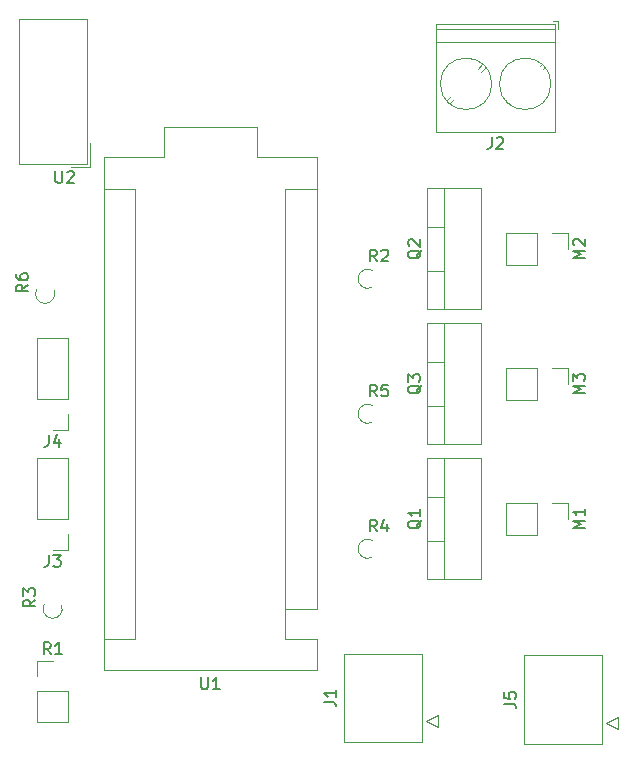
<source format=gto>
%TF.GenerationSoftware,KiCad,Pcbnew,5.1.9+dfsg1-1+b1*%
%TF.CreationDate,2021-12-16T19:11:23+11:00*%
%TF.ProjectId,aquaponics-1,61717561-706f-46e6-9963-732d312e6b69,rev?*%
%TF.SameCoordinates,Original*%
%TF.FileFunction,Legend,Top*%
%TF.FilePolarity,Positive*%
%FSLAX46Y46*%
G04 Gerber Fmt 4.6, Leading zero omitted, Abs format (unit mm)*
G04 Created by KiCad (PCBNEW 5.1.9+dfsg1-1+b1) date 2021-12-16 19:11:23*
%MOMM*%
%LPD*%
G01*
G04 APERTURE LIST*
%ADD10C,0.120000*%
%ADD11C,0.150000*%
G04 APERTURE END LIST*
D10*
%TO.C,J4*%
X23555000Y-49590000D02*
X22225000Y-49590000D01*
X23555000Y-48260000D02*
X23555000Y-49590000D01*
X23555000Y-46990000D02*
X20895000Y-46990000D01*
X20895000Y-46990000D02*
X20895000Y-41850000D01*
X23555000Y-46990000D02*
X23555000Y-41850000D01*
X23555000Y-41850000D02*
X20895000Y-41850000D01*
%TO.C,J3*%
X23555000Y-52010000D02*
X20895000Y-52010000D01*
X23555000Y-57150000D02*
X23555000Y-52010000D01*
X20895000Y-57150000D02*
X20895000Y-52010000D01*
X23555000Y-57150000D02*
X20895000Y-57150000D01*
X23555000Y-58420000D02*
X23555000Y-59750000D01*
X23555000Y-59750000D02*
X22225000Y-59750000D01*
%TO.C,R6*%
X22339359Y-37779905D02*
G75*
G02*
X20890000Y-37682867I-749359J-320095D01*
G01*
%TO.C,R1*%
X20895000Y-74355000D02*
X23555000Y-74355000D01*
X20895000Y-71755000D02*
X20895000Y-74355000D01*
X23555000Y-71755000D02*
X23555000Y-74355000D01*
X20895000Y-71755000D02*
X23555000Y-71755000D01*
X20895000Y-70485000D02*
X20895000Y-69155000D01*
X20895000Y-69155000D02*
X22225000Y-69155000D01*
%TO.C,M3*%
X60630000Y-44390000D02*
X60630000Y-47050000D01*
X63230000Y-44390000D02*
X60630000Y-44390000D01*
X63230000Y-47050000D02*
X60630000Y-47050000D01*
X63230000Y-44390000D02*
X63230000Y-47050000D01*
X64500000Y-44390000D02*
X65830000Y-44390000D01*
X65830000Y-44390000D02*
X65830000Y-45720000D01*
%TO.C,M2*%
X60630000Y-32960000D02*
X60630000Y-35620000D01*
X63230000Y-32960000D02*
X60630000Y-32960000D01*
X63230000Y-35620000D02*
X60630000Y-35620000D01*
X63230000Y-32960000D02*
X63230000Y-35620000D01*
X64500000Y-32960000D02*
X65830000Y-32960000D01*
X65830000Y-32960000D02*
X65830000Y-34290000D01*
%TO.C,M1*%
X60630000Y-55820000D02*
X60630000Y-58480000D01*
X63230000Y-55820000D02*
X60630000Y-55820000D01*
X63230000Y-58480000D02*
X60630000Y-58480000D01*
X63230000Y-55820000D02*
X63230000Y-58480000D01*
X64500000Y-55820000D02*
X65830000Y-55820000D01*
X65830000Y-55820000D02*
X65830000Y-57150000D01*
%TO.C,J2*%
X65030000Y-15020000D02*
X64630000Y-15020000D01*
X65030000Y-15660000D02*
X65030000Y-15020000D01*
X58488000Y-19328000D02*
X58883000Y-18932000D01*
X55842000Y-21974000D02*
X56222000Y-21594000D01*
X58237000Y-19046000D02*
X58617000Y-18666000D01*
X55576000Y-21708000D02*
X55971000Y-21312000D01*
X63778000Y-19039000D02*
X63884000Y-18932000D01*
X60842000Y-21974000D02*
X60949000Y-21867000D01*
X63512000Y-18773000D02*
X63618000Y-18666000D01*
X60576000Y-21708000D02*
X60683000Y-21601000D01*
X54670000Y-24380000D02*
X54670000Y-15260000D01*
X64790000Y-24380000D02*
X64790000Y-15260000D01*
X64790000Y-15260000D02*
X54670000Y-15260000D01*
X64790000Y-24380000D02*
X54670000Y-24380000D01*
X64790000Y-16820000D02*
X54670000Y-16820000D01*
X64790000Y-15720000D02*
X54670000Y-15720000D01*
X59410000Y-20320000D02*
G75*
G03*
X59410000Y-20320000I-2180000J0D01*
G01*
X64410000Y-20320000D02*
G75*
G03*
X64410000Y-20320000I-2180000J0D01*
G01*
%TO.C,U1*%
X41910000Y-64770000D02*
X41910000Y-67310000D01*
X41910000Y-67310000D02*
X44577000Y-67310000D01*
X44577000Y-64770000D02*
X44577000Y-26543000D01*
X44577000Y-69977000D02*
X44577000Y-67310000D01*
X29210000Y-67310000D02*
X26540000Y-67310000D01*
X29210000Y-67310000D02*
X29210000Y-29210000D01*
X29210000Y-29210000D02*
X26540000Y-29210000D01*
X41910000Y-64770000D02*
X44577000Y-64770000D01*
X41910000Y-64770000D02*
X41910000Y-29210000D01*
X41910000Y-29210000D02*
X44580000Y-29210000D01*
X44577000Y-26543000D02*
X39497000Y-26543000D01*
X26543000Y-26543000D02*
X26543000Y-69977000D01*
X26543000Y-69977000D02*
X44577000Y-69977000D01*
X39497000Y-24003000D02*
X39497000Y-26543000D01*
X31623000Y-26543000D02*
X26543000Y-26543000D01*
X31623000Y-24003000D02*
X31623000Y-26543000D01*
X39497000Y-24003000D02*
X31623000Y-24003000D01*
%TO.C,U2*%
X25095000Y-27085000D02*
X19355000Y-27085000D01*
X19345000Y-27085000D02*
X19345000Y-14825000D01*
X19345000Y-14825000D02*
X25105000Y-14825000D01*
X25105000Y-14825000D02*
X25105000Y-27075000D01*
X25385000Y-27365000D02*
X25385000Y-25365000D01*
X25385000Y-27365000D02*
X23775000Y-27365000D01*
%TO.C,J5*%
X62095000Y-72465000D02*
X62095000Y-76225000D01*
X62095000Y-76225000D02*
X68715000Y-76225000D01*
X68715000Y-76225000D02*
X68715000Y-72465000D01*
X62095000Y-72465000D02*
X62095000Y-68705000D01*
X62095000Y-68705000D02*
X68715000Y-68705000D01*
X68715000Y-68705000D02*
X68715000Y-72465000D01*
X70105000Y-74945000D02*
X69105000Y-74445000D01*
X69105000Y-74445000D02*
X70105000Y-73945000D01*
X70105000Y-73945000D02*
X70105000Y-74945000D01*
%TO.C,Q3*%
X53880000Y-50840000D02*
X53880000Y-40600000D01*
X58521000Y-50840000D02*
X58521000Y-40600000D01*
X53880000Y-50840000D02*
X58521000Y-50840000D01*
X53880000Y-40600000D02*
X58521000Y-40600000D01*
X55390000Y-50840000D02*
X55390000Y-40600000D01*
X53880000Y-47570000D02*
X55390000Y-47570000D01*
X53880000Y-43869000D02*
X55390000Y-43869000D01*
%TO.C,Q1*%
X53880000Y-62270000D02*
X53880000Y-52030000D01*
X58521000Y-62270000D02*
X58521000Y-52030000D01*
X53880000Y-62270000D02*
X58521000Y-62270000D01*
X53880000Y-52030000D02*
X58521000Y-52030000D01*
X55390000Y-62270000D02*
X55390000Y-52030000D01*
X53880000Y-59000000D02*
X55390000Y-59000000D01*
X53880000Y-55299000D02*
X55390000Y-55299000D01*
%TO.C,Q2*%
X53880000Y-39410000D02*
X53880000Y-29170000D01*
X58521000Y-39410000D02*
X58521000Y-29170000D01*
X53880000Y-39410000D02*
X58521000Y-39410000D01*
X53880000Y-29170000D02*
X58521000Y-29170000D01*
X55390000Y-39410000D02*
X55390000Y-29170000D01*
X53880000Y-36140000D02*
X55390000Y-36140000D01*
X53880000Y-32439000D02*
X55390000Y-32439000D01*
%TO.C,J1*%
X46855000Y-72315000D02*
X46855000Y-76075000D01*
X46855000Y-76075000D02*
X53475000Y-76075000D01*
X53475000Y-76075000D02*
X53475000Y-72315000D01*
X46855000Y-72315000D02*
X46855000Y-68555000D01*
X46855000Y-68555000D02*
X53475000Y-68555000D01*
X53475000Y-68555000D02*
X53475000Y-72315000D01*
X54865000Y-74795000D02*
X53865000Y-74295000D01*
X53865000Y-74295000D02*
X54865000Y-73795000D01*
X54865000Y-73795000D02*
X54865000Y-74795000D01*
%TO.C,R2*%
X49215095Y-37579359D02*
G75*
G02*
X49312133Y-36130000I-320095J749359D01*
G01*
%TO.C,R3*%
X22974359Y-64449905D02*
G75*
G02*
X21525000Y-64352867I-749359J-320095D01*
G01*
%TO.C,R4*%
X49215095Y-60439359D02*
G75*
G02*
X49312133Y-58990000I-320095J749359D01*
G01*
%TO.C,R5*%
X49215095Y-49009359D02*
G75*
G02*
X49312133Y-47560000I-320095J749359D01*
G01*
%TO.C,J4*%
D11*
X21891666Y-50042380D02*
X21891666Y-50756666D01*
X21844047Y-50899523D01*
X21748809Y-50994761D01*
X21605952Y-51042380D01*
X21510714Y-51042380D01*
X22796428Y-50375714D02*
X22796428Y-51042380D01*
X22558333Y-49994761D02*
X22320238Y-50709047D01*
X22939285Y-50709047D01*
%TO.C,J3*%
X21891666Y-60202380D02*
X21891666Y-60916666D01*
X21844047Y-61059523D01*
X21748809Y-61154761D01*
X21605952Y-61202380D01*
X21510714Y-61202380D01*
X22272619Y-60202380D02*
X22891666Y-60202380D01*
X22558333Y-60583333D01*
X22701190Y-60583333D01*
X22796428Y-60630952D01*
X22844047Y-60678571D01*
X22891666Y-60773809D01*
X22891666Y-61011904D01*
X22844047Y-61107142D01*
X22796428Y-61154761D01*
X22701190Y-61202380D01*
X22415476Y-61202380D01*
X22320238Y-61154761D01*
X22272619Y-61107142D01*
%TO.C,R6*%
X20122380Y-37316666D02*
X19646190Y-37650000D01*
X20122380Y-37888095D02*
X19122380Y-37888095D01*
X19122380Y-37507142D01*
X19170000Y-37411904D01*
X19217619Y-37364285D01*
X19312857Y-37316666D01*
X19455714Y-37316666D01*
X19550952Y-37364285D01*
X19598571Y-37411904D01*
X19646190Y-37507142D01*
X19646190Y-37888095D01*
X19122380Y-36459523D02*
X19122380Y-36650000D01*
X19170000Y-36745238D01*
X19217619Y-36792857D01*
X19360476Y-36888095D01*
X19550952Y-36935714D01*
X19931904Y-36935714D01*
X20027142Y-36888095D01*
X20074761Y-36840476D01*
X20122380Y-36745238D01*
X20122380Y-36554761D01*
X20074761Y-36459523D01*
X20027142Y-36411904D01*
X19931904Y-36364285D01*
X19693809Y-36364285D01*
X19598571Y-36411904D01*
X19550952Y-36459523D01*
X19503333Y-36554761D01*
X19503333Y-36745238D01*
X19550952Y-36840476D01*
X19598571Y-36888095D01*
X19693809Y-36935714D01*
%TO.C,R1*%
X22058333Y-68607380D02*
X21725000Y-68131190D01*
X21486904Y-68607380D02*
X21486904Y-67607380D01*
X21867857Y-67607380D01*
X21963095Y-67655000D01*
X22010714Y-67702619D01*
X22058333Y-67797857D01*
X22058333Y-67940714D01*
X22010714Y-68035952D01*
X21963095Y-68083571D01*
X21867857Y-68131190D01*
X21486904Y-68131190D01*
X23010714Y-68607380D02*
X22439285Y-68607380D01*
X22725000Y-68607380D02*
X22725000Y-67607380D01*
X22629761Y-67750238D01*
X22534523Y-67845476D01*
X22439285Y-67893095D01*
%TO.C,M3*%
X67282380Y-46529523D02*
X66282380Y-46529523D01*
X66996666Y-46196190D01*
X66282380Y-45862857D01*
X67282380Y-45862857D01*
X66282380Y-45481904D02*
X66282380Y-44862857D01*
X66663333Y-45196190D01*
X66663333Y-45053333D01*
X66710952Y-44958095D01*
X66758571Y-44910476D01*
X66853809Y-44862857D01*
X67091904Y-44862857D01*
X67187142Y-44910476D01*
X67234761Y-44958095D01*
X67282380Y-45053333D01*
X67282380Y-45339047D01*
X67234761Y-45434285D01*
X67187142Y-45481904D01*
%TO.C,M2*%
X67282380Y-35099523D02*
X66282380Y-35099523D01*
X66996666Y-34766190D01*
X66282380Y-34432857D01*
X67282380Y-34432857D01*
X66377619Y-34004285D02*
X66330000Y-33956666D01*
X66282380Y-33861428D01*
X66282380Y-33623333D01*
X66330000Y-33528095D01*
X66377619Y-33480476D01*
X66472857Y-33432857D01*
X66568095Y-33432857D01*
X66710952Y-33480476D01*
X67282380Y-34051904D01*
X67282380Y-33432857D01*
%TO.C,M1*%
X67282380Y-57959523D02*
X66282380Y-57959523D01*
X66996666Y-57626190D01*
X66282380Y-57292857D01*
X67282380Y-57292857D01*
X67282380Y-56292857D02*
X67282380Y-56864285D01*
X67282380Y-56578571D02*
X66282380Y-56578571D01*
X66425238Y-56673809D01*
X66520476Y-56769047D01*
X66568095Y-56864285D01*
%TO.C,J2*%
X59396666Y-24832380D02*
X59396666Y-25546666D01*
X59349047Y-25689523D01*
X59253809Y-25784761D01*
X59110952Y-25832380D01*
X59015714Y-25832380D01*
X59825238Y-24927619D02*
X59872857Y-24880000D01*
X59968095Y-24832380D01*
X60206190Y-24832380D01*
X60301428Y-24880000D01*
X60349047Y-24927619D01*
X60396666Y-25022857D01*
X60396666Y-25118095D01*
X60349047Y-25260952D01*
X59777619Y-25832380D01*
X60396666Y-25832380D01*
%TO.C,U1*%
X34798095Y-70572380D02*
X34798095Y-71381904D01*
X34845714Y-71477142D01*
X34893333Y-71524761D01*
X34988571Y-71572380D01*
X35179047Y-71572380D01*
X35274285Y-71524761D01*
X35321904Y-71477142D01*
X35369523Y-71381904D01*
X35369523Y-70572380D01*
X36369523Y-71572380D02*
X35798095Y-71572380D01*
X36083809Y-71572380D02*
X36083809Y-70572380D01*
X35988571Y-70715238D01*
X35893333Y-70810476D01*
X35798095Y-70858095D01*
%TO.C,U2*%
X22463095Y-27717380D02*
X22463095Y-28526904D01*
X22510714Y-28622142D01*
X22558333Y-28669761D01*
X22653571Y-28717380D01*
X22844047Y-28717380D01*
X22939285Y-28669761D01*
X22986904Y-28622142D01*
X23034523Y-28526904D01*
X23034523Y-27717380D01*
X23463095Y-27812619D02*
X23510714Y-27765000D01*
X23605952Y-27717380D01*
X23844047Y-27717380D01*
X23939285Y-27765000D01*
X23986904Y-27812619D01*
X24034523Y-27907857D01*
X24034523Y-28003095D01*
X23986904Y-28145952D01*
X23415476Y-28717380D01*
X24034523Y-28717380D01*
%TO.C,J5*%
X60457380Y-72798333D02*
X61171666Y-72798333D01*
X61314523Y-72845952D01*
X61409761Y-72941190D01*
X61457380Y-73084047D01*
X61457380Y-73179285D01*
X60457380Y-71845952D02*
X60457380Y-72322142D01*
X60933571Y-72369761D01*
X60885952Y-72322142D01*
X60838333Y-72226904D01*
X60838333Y-71988809D01*
X60885952Y-71893571D01*
X60933571Y-71845952D01*
X61028809Y-71798333D01*
X61266904Y-71798333D01*
X61362142Y-71845952D01*
X61409761Y-71893571D01*
X61457380Y-71988809D01*
X61457380Y-72226904D01*
X61409761Y-72322142D01*
X61362142Y-72369761D01*
%TO.C,Q3*%
X53427619Y-45815238D02*
X53380000Y-45910476D01*
X53284761Y-46005714D01*
X53141904Y-46148571D01*
X53094285Y-46243809D01*
X53094285Y-46339047D01*
X53332380Y-46291428D02*
X53284761Y-46386666D01*
X53189523Y-46481904D01*
X52999047Y-46529523D01*
X52665714Y-46529523D01*
X52475238Y-46481904D01*
X52380000Y-46386666D01*
X52332380Y-46291428D01*
X52332380Y-46100952D01*
X52380000Y-46005714D01*
X52475238Y-45910476D01*
X52665714Y-45862857D01*
X52999047Y-45862857D01*
X53189523Y-45910476D01*
X53284761Y-46005714D01*
X53332380Y-46100952D01*
X53332380Y-46291428D01*
X52332380Y-45529523D02*
X52332380Y-44910476D01*
X52713333Y-45243809D01*
X52713333Y-45100952D01*
X52760952Y-45005714D01*
X52808571Y-44958095D01*
X52903809Y-44910476D01*
X53141904Y-44910476D01*
X53237142Y-44958095D01*
X53284761Y-45005714D01*
X53332380Y-45100952D01*
X53332380Y-45386666D01*
X53284761Y-45481904D01*
X53237142Y-45529523D01*
%TO.C,Q1*%
X53427619Y-57245238D02*
X53380000Y-57340476D01*
X53284761Y-57435714D01*
X53141904Y-57578571D01*
X53094285Y-57673809D01*
X53094285Y-57769047D01*
X53332380Y-57721428D02*
X53284761Y-57816666D01*
X53189523Y-57911904D01*
X52999047Y-57959523D01*
X52665714Y-57959523D01*
X52475238Y-57911904D01*
X52380000Y-57816666D01*
X52332380Y-57721428D01*
X52332380Y-57530952D01*
X52380000Y-57435714D01*
X52475238Y-57340476D01*
X52665714Y-57292857D01*
X52999047Y-57292857D01*
X53189523Y-57340476D01*
X53284761Y-57435714D01*
X53332380Y-57530952D01*
X53332380Y-57721428D01*
X53332380Y-56340476D02*
X53332380Y-56911904D01*
X53332380Y-56626190D02*
X52332380Y-56626190D01*
X52475238Y-56721428D01*
X52570476Y-56816666D01*
X52618095Y-56911904D01*
%TO.C,Q2*%
X53427619Y-34385238D02*
X53380000Y-34480476D01*
X53284761Y-34575714D01*
X53141904Y-34718571D01*
X53094285Y-34813809D01*
X53094285Y-34909047D01*
X53332380Y-34861428D02*
X53284761Y-34956666D01*
X53189523Y-35051904D01*
X52999047Y-35099523D01*
X52665714Y-35099523D01*
X52475238Y-35051904D01*
X52380000Y-34956666D01*
X52332380Y-34861428D01*
X52332380Y-34670952D01*
X52380000Y-34575714D01*
X52475238Y-34480476D01*
X52665714Y-34432857D01*
X52999047Y-34432857D01*
X53189523Y-34480476D01*
X53284761Y-34575714D01*
X53332380Y-34670952D01*
X53332380Y-34861428D01*
X52427619Y-34051904D02*
X52380000Y-34004285D01*
X52332380Y-33909047D01*
X52332380Y-33670952D01*
X52380000Y-33575714D01*
X52427619Y-33528095D01*
X52522857Y-33480476D01*
X52618095Y-33480476D01*
X52760952Y-33528095D01*
X53332380Y-34099523D01*
X53332380Y-33480476D01*
%TO.C,J1*%
X45217380Y-72648333D02*
X45931666Y-72648333D01*
X46074523Y-72695952D01*
X46169761Y-72791190D01*
X46217380Y-72934047D01*
X46217380Y-73029285D01*
X46217380Y-71648333D02*
X46217380Y-72219761D01*
X46217380Y-71934047D02*
X45217380Y-71934047D01*
X45360238Y-72029285D01*
X45455476Y-72124523D01*
X45503095Y-72219761D01*
%TO.C,R2*%
X49678333Y-35362380D02*
X49345000Y-34886190D01*
X49106904Y-35362380D02*
X49106904Y-34362380D01*
X49487857Y-34362380D01*
X49583095Y-34410000D01*
X49630714Y-34457619D01*
X49678333Y-34552857D01*
X49678333Y-34695714D01*
X49630714Y-34790952D01*
X49583095Y-34838571D01*
X49487857Y-34886190D01*
X49106904Y-34886190D01*
X50059285Y-34457619D02*
X50106904Y-34410000D01*
X50202142Y-34362380D01*
X50440238Y-34362380D01*
X50535476Y-34410000D01*
X50583095Y-34457619D01*
X50630714Y-34552857D01*
X50630714Y-34648095D01*
X50583095Y-34790952D01*
X50011666Y-35362380D01*
X50630714Y-35362380D01*
%TO.C,R3*%
X20757380Y-63986666D02*
X20281190Y-64320000D01*
X20757380Y-64558095D02*
X19757380Y-64558095D01*
X19757380Y-64177142D01*
X19805000Y-64081904D01*
X19852619Y-64034285D01*
X19947857Y-63986666D01*
X20090714Y-63986666D01*
X20185952Y-64034285D01*
X20233571Y-64081904D01*
X20281190Y-64177142D01*
X20281190Y-64558095D01*
X19757380Y-63653333D02*
X19757380Y-63034285D01*
X20138333Y-63367619D01*
X20138333Y-63224761D01*
X20185952Y-63129523D01*
X20233571Y-63081904D01*
X20328809Y-63034285D01*
X20566904Y-63034285D01*
X20662142Y-63081904D01*
X20709761Y-63129523D01*
X20757380Y-63224761D01*
X20757380Y-63510476D01*
X20709761Y-63605714D01*
X20662142Y-63653333D01*
%TO.C,R4*%
X49678333Y-58222380D02*
X49345000Y-57746190D01*
X49106904Y-58222380D02*
X49106904Y-57222380D01*
X49487857Y-57222380D01*
X49583095Y-57270000D01*
X49630714Y-57317619D01*
X49678333Y-57412857D01*
X49678333Y-57555714D01*
X49630714Y-57650952D01*
X49583095Y-57698571D01*
X49487857Y-57746190D01*
X49106904Y-57746190D01*
X50535476Y-57555714D02*
X50535476Y-58222380D01*
X50297380Y-57174761D02*
X50059285Y-57889047D01*
X50678333Y-57889047D01*
%TO.C,R5*%
X49678333Y-46792380D02*
X49345000Y-46316190D01*
X49106904Y-46792380D02*
X49106904Y-45792380D01*
X49487857Y-45792380D01*
X49583095Y-45840000D01*
X49630714Y-45887619D01*
X49678333Y-45982857D01*
X49678333Y-46125714D01*
X49630714Y-46220952D01*
X49583095Y-46268571D01*
X49487857Y-46316190D01*
X49106904Y-46316190D01*
X50583095Y-45792380D02*
X50106904Y-45792380D01*
X50059285Y-46268571D01*
X50106904Y-46220952D01*
X50202142Y-46173333D01*
X50440238Y-46173333D01*
X50535476Y-46220952D01*
X50583095Y-46268571D01*
X50630714Y-46363809D01*
X50630714Y-46601904D01*
X50583095Y-46697142D01*
X50535476Y-46744761D01*
X50440238Y-46792380D01*
X50202142Y-46792380D01*
X50106904Y-46744761D01*
X50059285Y-46697142D01*
%TD*%
M02*

</source>
